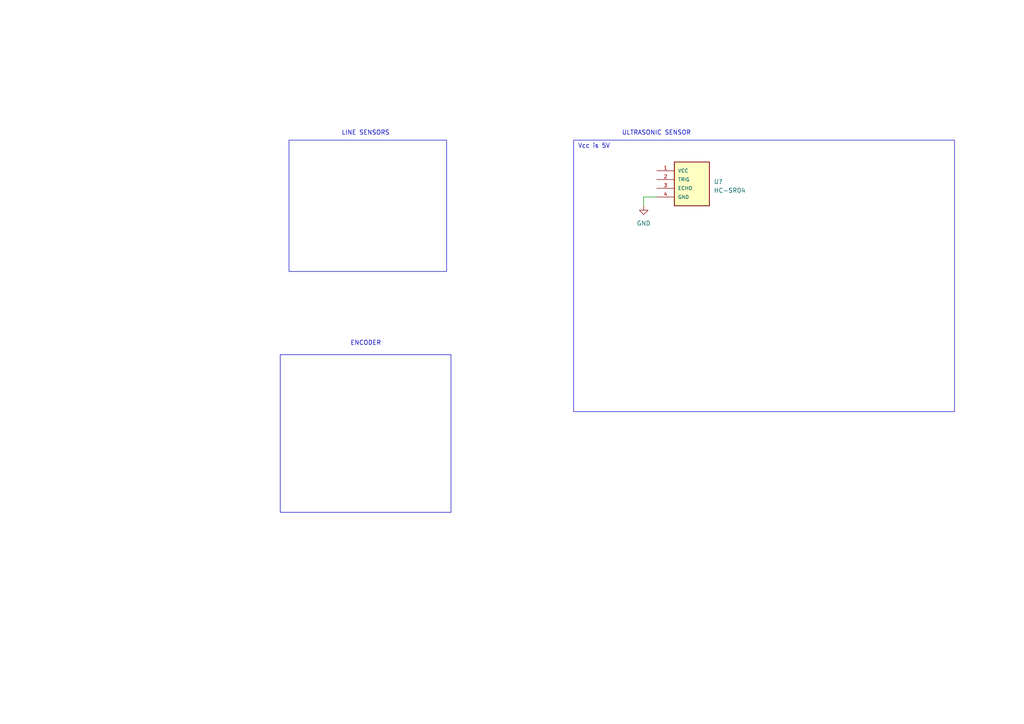
<source format=kicad_sch>
(kicad_sch (version 20230121) (generator eeschema)
  (paper "A4")
  (lib_symbols
    (symbol "HC-SR04_ULTRASONIC_SENSOR:HC-SR04" (pin_names (offset 1.016))
      (property "Reference" "U" (at 0 5.0813 0))
      (property "Value" "HC-SR04" (at 0 -10.163 0))
      (symbol "HC-SR04_0_0"
        (rectangle (start 0 -7.62) (end 10.16 5.08) (stroke (width 0.254)) (fill (type background)))
        (pin power_in line (at -5.08 2.54 0) (length 5.08) (name "VCC") (number "1"))
        (pin bidirectional line (at -5.08 0 0) (length 5.08) (name "TRIG") (number "2"))
        (pin bidirectional line (at -5.08 -2.54 0) (length 5.08) (name "ECHO") (number "3"))
        (pin power_in line (at -5.08 -5.08 0) (length 5.08) (name "GND") (number "4"))
      )
    )
    (symbol "power:GND" (power) (pin_names (offset 0))
      (property "Value" "GND" (at 0 -3.81 0))
      (symbol "GND_0_1"
        (polyline (pts (xy 0 0) (xy 0 -1.27) (xy 1.27 -1.27) (xy 0 -2.54) (xy -1.27 -1.27) (xy 0 -1.27)))
      )
      (symbol "GND_1_1"
        (pin power_in line (at 0 0 270) (length 0) hide (name "GND") (number "1"))
      )
    )
  )
  (wire (pts (xy 190.5 57.15) (xy 186.69 57.15)))
  (wire (pts (xy 186.69 57.15) (xy 186.69 59.69)))
  (rectangle (start 83.82 40.64) (end 129.54 78.74))
  (rectangle (start 81.28 102.87) (end 130.81 148.59))
  (rectangle (start 166.37 40.64) (end 276.86 119.38))
  (text "LINE SENSORS\n" (at 99.06 39.37 0) (effects (font (size 1.27 1.27)) (justify left bottom)))
  (text "ULTRASONIC SENSOR\n" (at 180.34 39.37 0) (effects (font (size 1.27 1.27)) (justify left bottom)))
  (text "ENCODER\n" (at 101.6 100.33 0) (effects (font (size 1.27 1.27)) (justify left bottom)))
  (text "Vcc is 5V" (at 167.64 43.18 0) (effects (font (size 1.27 1.27)) (justify left bottom)))
  (symbol (lib_id "power:GND") (at 186.69 59.69 0) (unit 1)
    (property "Reference" "#PWR02" (effects hide))
    (property "Value" "GND" (at 186.69 64.77 0))
  )
  (symbol (lib_id "HC-SR04_ULTRASONIC_SENSOR:HC-SR04") (at 195.58 52.07 0) (unit 1)
    (property "Reference" "U?" (at 207.01 52.705 0) (effects (justify left)))
    (property "Value" "HC-SR04" (at 207.01 55.245 0) (effects (justify left)))
    (property "Footprint" "XCVR_HC-SR04" (effects hide))
    (property "MF" "OSEPP Electronics" (effects hide))
    (property "Description" "\nMultiple Function Sensor Development Tools Ultrasonic Sensor Module\n" (effects hide))
    (property "Package" "None" (effects hide))
    (property "Price" "None" (effects hide))
    (property "Check_prices" "https://www.snapeda.com/parts/HC-SR04/Applied+Avionics/view-part/?ref=eda" (effects hide))
    (property "SnapEDA_Link" "https://www.snapeda.com/parts/HC-SR04/Applied+Avionics/view-part/?ref=snap" (effects hide))
    (property "MP" "HC-SR04" (effects hide))
    (property "Purchase-URL" "https://pricing.snapeda.com/search?q=HC-SR04&ref=eda" (effects hide))
    (property "Availability" "In Stock" (effects hide))
    (property "MANUFACTURER" "Osepp" (effects hide))
    (instances (project "INDY THE TREASURE HUNTER" (path "" (reference "U?") (unit 1)) (path "" (reference "U1") (unit 1))))
  )
)
</source>
